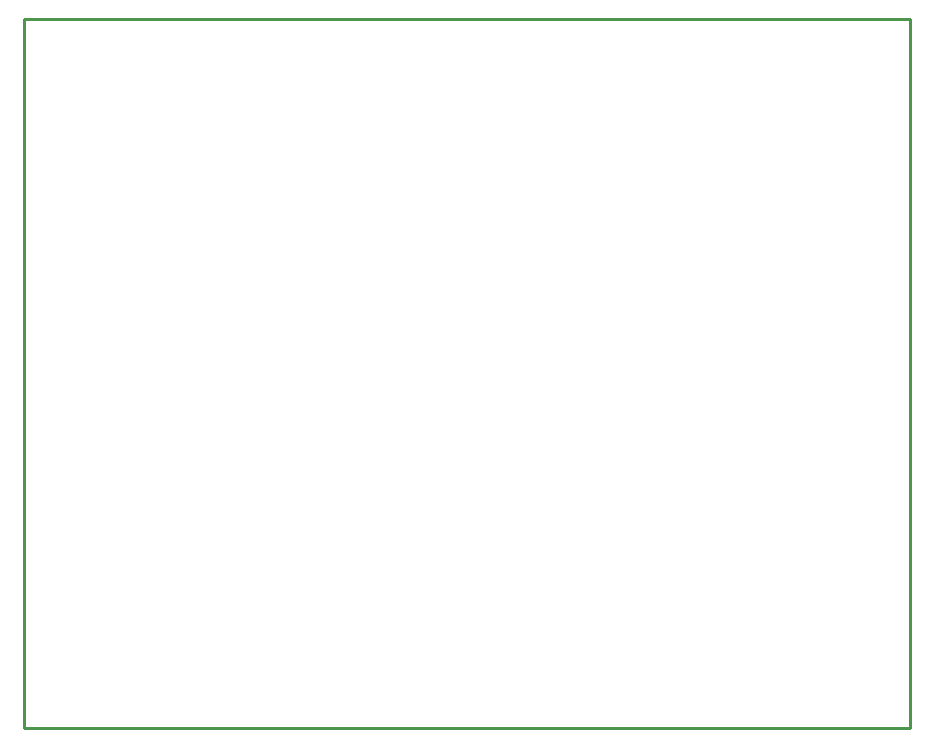
<source format=gko>
G04 Layer: BoardOutlineLayer*
G04 EasyEDA v6.4.31, 2022-02-01 10:24:13*
G04 a2bdee3bbafc4a89820f5aeefba6b781,658f5e24285b455797eae137c281a567,10*
G04 Gerber Generator version 0.2*
G04 Scale: 100 percent, Rotated: No, Reflected: No *
G04 Dimensions in millimeters *
G04 leading zeros omitted , absolute positions ,4 integer and 5 decimal *
%FSLAX45Y45*%
%MOMM*%

%ADD10C,0.2540*%
D10*
X0Y0D02*
G01*
X7499984Y0D01*
X7499984Y-5999987D01*
X0Y-5999987D01*
X0Y0D01*

%LPD*%
M02*

</source>
